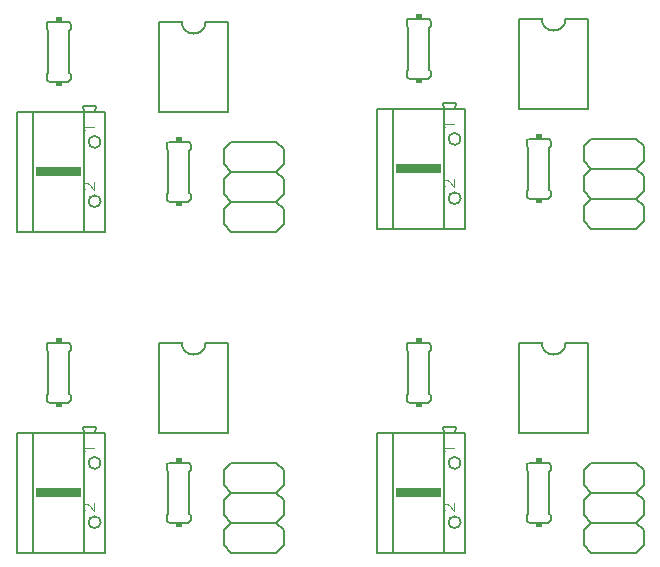
<source format=gto>
G04 Layer: TopSilkscreenLayer*
G04 EasyEDA v6.5.9, 2022-12-18 14:38:18*
G04 4aff3cac283946888bffb04ada9a0e28,5dd06754fdd742daa6fe38bf62b7df6b,10*
G04 Gerber Generator version 0.2*
G04 Scale: 100 percent, Rotated: No, Reflected: No *
G04 Dimensions in millimeters *
G04 leading zeros omitted , absolute positions ,4 integer and 5 decimal *
%FSLAX45Y45*%
%MOMM*%

%ADD10C,0.1189*%
%ADD11C,0.1524*%

%LPD*%
D10*
X1212088Y3835146D02*
G01*
X1207770Y3844036D01*
X1194054Y3857751D01*
X1288796Y3857751D01*
X1216660Y3331718D02*
G01*
X1212088Y3331718D01*
X1203198Y3336036D01*
X1198626Y3340608D01*
X1194054Y3349751D01*
X1194054Y3367786D01*
X1198626Y3376676D01*
X1203198Y3381248D01*
X1212088Y3385565D01*
X1221232Y3385565D01*
X1230122Y3381248D01*
X1243584Y3372104D01*
X1288796Y3327146D01*
X1288796Y3390137D01*
X1212088Y1117346D02*
G01*
X1207770Y1126236D01*
X1194054Y1139952D01*
X1288796Y1139952D01*
X1216660Y613918D02*
G01*
X1212088Y613918D01*
X1203198Y618236D01*
X1198626Y622808D01*
X1194054Y631952D01*
X1194054Y649986D01*
X1198626Y658876D01*
X1203198Y663448D01*
X1212088Y667766D01*
X1221232Y667766D01*
X1230122Y663448D01*
X1243584Y654304D01*
X1288796Y609346D01*
X1288796Y672338D01*
X4260088Y1117346D02*
G01*
X4255770Y1126236D01*
X4242054Y1139952D01*
X4336796Y1139952D01*
X4264660Y613918D02*
G01*
X4260088Y613918D01*
X4251198Y618236D01*
X4246626Y622808D01*
X4242054Y631952D01*
X4242054Y649986D01*
X4246626Y658876D01*
X4251198Y663448D01*
X4260088Y667766D01*
X4269232Y667766D01*
X4278122Y663448D01*
X4291584Y654304D01*
X4336796Y609346D01*
X4336796Y672338D01*
X4260088Y3860546D02*
G01*
X4255770Y3869436D01*
X4242054Y3883151D01*
X4336796Y3883151D01*
X4264660Y3357118D02*
G01*
X4260088Y3357118D01*
X4251198Y3361436D01*
X4246626Y3366008D01*
X4242054Y3375151D01*
X4242054Y3393186D01*
X4246626Y3402076D01*
X4251198Y3406648D01*
X4260088Y3410965D01*
X4269232Y3410965D01*
X4278122Y3406648D01*
X4291584Y3397504D01*
X4336796Y3352546D01*
X4336796Y3415537D01*
G36*
X800100Y3517900D02*
G01*
X800100Y3441700D01*
X1181100Y3441700D01*
X1181100Y3517900D01*
G37*
G36*
X965200Y4787900D02*
G01*
X965200Y4749800D01*
X1016000Y4749800D01*
X1016000Y4787900D01*
G37*
G36*
X965200Y4241800D02*
G01*
X965200Y4203700D01*
X1016000Y4203700D01*
X1016000Y4241800D01*
G37*
G36*
X1981200Y3225800D02*
G01*
X1981200Y3187700D01*
X2032000Y3187700D01*
X2032000Y3225800D01*
G37*
G36*
X1981200Y3771900D02*
G01*
X1981200Y3733800D01*
X2032000Y3733800D01*
X2032000Y3771900D01*
G37*
G36*
X1981200Y508000D02*
G01*
X1981200Y469900D01*
X2032000Y469900D01*
X2032000Y508000D01*
G37*
G36*
X1981200Y1054100D02*
G01*
X1981200Y1016000D01*
X2032000Y1016000D01*
X2032000Y1054100D01*
G37*
G36*
X965200Y2070100D02*
G01*
X965200Y2032000D01*
X1016000Y2032000D01*
X1016000Y2070100D01*
G37*
G36*
X965200Y1524000D02*
G01*
X965200Y1485900D01*
X1016000Y1485900D01*
X1016000Y1524000D01*
G37*
G36*
X800100Y800100D02*
G01*
X800100Y723900D01*
X1181100Y723900D01*
X1181100Y800100D01*
G37*
G36*
X5029200Y508000D02*
G01*
X5029200Y469900D01*
X5080000Y469900D01*
X5080000Y508000D01*
G37*
G36*
X5029200Y1054100D02*
G01*
X5029200Y1016000D01*
X5080000Y1016000D01*
X5080000Y1054100D01*
G37*
G36*
X4013200Y2070100D02*
G01*
X4013200Y2032000D01*
X4064000Y2032000D01*
X4064000Y2070100D01*
G37*
G36*
X4013200Y1524000D02*
G01*
X4013200Y1485900D01*
X4064000Y1485900D01*
X4064000Y1524000D01*
G37*
G36*
X3848100Y800100D02*
G01*
X3848100Y723900D01*
X4229100Y723900D01*
X4229100Y800100D01*
G37*
G36*
X5029200Y3251200D02*
G01*
X5029200Y3213100D01*
X5080000Y3213100D01*
X5080000Y3251200D01*
G37*
G36*
X5029200Y3797300D02*
G01*
X5029200Y3759200D01*
X5080000Y3759200D01*
X5080000Y3797300D01*
G37*
G36*
X4013200Y4813300D02*
G01*
X4013200Y4775200D01*
X4064000Y4775200D01*
X4064000Y4813300D01*
G37*
G36*
X4013200Y4267200D02*
G01*
X4013200Y4229100D01*
X4064000Y4229100D01*
X4064000Y4267200D01*
G37*
G36*
X3848100Y3543300D02*
G01*
X3848100Y3467100D01*
X4229100Y3467100D01*
X4229100Y3543300D01*
G37*
D11*
X2032000Y4749800D02*
G01*
X1841500Y4749800D01*
X1841500Y3987800D01*
X2425700Y3987800D01*
X2425700Y4749800D01*
X2235200Y4749800D01*
X635000Y2971800D02*
G01*
X635000Y3987800D01*
X774700Y3987800D01*
X774700Y2971800D01*
X635000Y2971800D01*
X774700Y2971800D02*
G01*
X1206500Y2971800D01*
X1384300Y2971800D01*
X1384300Y3987800D01*
X1295400Y3987800D01*
X1206500Y3987800D01*
X1206500Y2971800D01*
X1295400Y3987800D02*
G01*
X1308100Y4038600D01*
X1193800Y4038600D01*
X1206500Y3987800D01*
X774700Y3987800D01*
X2832100Y3225800D02*
G01*
X2895600Y3162300D01*
X2895600Y3035300D01*
X2832100Y2971800D01*
X2451100Y2971800D01*
X2387600Y3035300D01*
X2387600Y3162300D01*
X2451100Y3225800D01*
X2832100Y3225800D01*
X2895600Y3289300D01*
X2895600Y3416300D01*
X2832100Y3479800D01*
X2895600Y3543300D01*
X2895600Y3670300D01*
X2832100Y3733800D01*
X2451100Y3733800D01*
X2387600Y3670300D01*
X2387600Y3543300D01*
X2451100Y3479800D01*
X2387600Y3416300D01*
X2387600Y3289300D01*
X2451100Y3225800D01*
X2832100Y3479800D02*
G01*
X2451100Y3479800D01*
X1066800Y4241800D02*
G01*
X914400Y4241800D01*
X889000Y4267200D02*
G01*
X889000Y4305300D01*
X901700Y4318000D01*
X901700Y4673600D01*
X889000Y4686300D01*
X889000Y4724400D01*
X1092200Y4267200D02*
G01*
X1092200Y4305300D01*
X1079500Y4318000D01*
X1079500Y4673600D01*
X1092200Y4686300D01*
X1092200Y4724400D01*
X1066800Y4749800D02*
G01*
X914400Y4749800D01*
X1930400Y3733800D02*
G01*
X2082800Y3733800D01*
X2108200Y3708400D02*
G01*
X2108200Y3670300D01*
X2095500Y3657600D01*
X2095500Y3302000D01*
X2108200Y3289300D01*
X2108200Y3251200D01*
X1905000Y3708400D02*
G01*
X1905000Y3670300D01*
X1917700Y3657600D01*
X1917700Y3302000D01*
X1905000Y3289300D01*
X1905000Y3251200D01*
X1930400Y3225800D02*
G01*
X2082800Y3225800D01*
X1930400Y1016000D02*
G01*
X2082800Y1016000D01*
X2108200Y990600D02*
G01*
X2108200Y952500D01*
X2095500Y939800D01*
X2095500Y584200D01*
X2108200Y571500D01*
X2108200Y533400D01*
X1905000Y990600D02*
G01*
X1905000Y952500D01*
X1917700Y939800D01*
X1917700Y584200D01*
X1905000Y571500D01*
X1905000Y533400D01*
X1930400Y508000D02*
G01*
X2082800Y508000D01*
X1066800Y1524000D02*
G01*
X914400Y1524000D01*
X889000Y1549400D02*
G01*
X889000Y1587500D01*
X901700Y1600200D01*
X901700Y1955800D01*
X889000Y1968500D01*
X889000Y2006600D01*
X1092200Y1549400D02*
G01*
X1092200Y1587500D01*
X1079500Y1600200D01*
X1079500Y1955800D01*
X1092200Y1968500D01*
X1092200Y2006600D01*
X1066800Y2032000D02*
G01*
X914400Y2032000D01*
X2832100Y508000D02*
G01*
X2895600Y444500D01*
X2895600Y317500D01*
X2832100Y254000D01*
X2451100Y254000D01*
X2387600Y317500D01*
X2387600Y444500D01*
X2451100Y508000D01*
X2832100Y508000D01*
X2895600Y571500D01*
X2895600Y698500D01*
X2832100Y762000D01*
X2895600Y825500D01*
X2895600Y952500D01*
X2832100Y1016000D01*
X2451100Y1016000D01*
X2387600Y952500D01*
X2387600Y825500D01*
X2451100Y762000D01*
X2387600Y698500D01*
X2387600Y571500D01*
X2451100Y508000D01*
X2832100Y762000D02*
G01*
X2451100Y762000D01*
X635000Y254000D02*
G01*
X635000Y1270000D01*
X774700Y1270000D01*
X774700Y254000D01*
X635000Y254000D01*
X774700Y254000D02*
G01*
X1206500Y254000D01*
X1384300Y254000D01*
X1384300Y1270000D01*
X1295400Y1270000D01*
X1206500Y1270000D01*
X1206500Y254000D01*
X1295400Y1270000D02*
G01*
X1308100Y1320800D01*
X1193800Y1320800D01*
X1206500Y1270000D01*
X774700Y1270000D01*
X2032000Y2032000D02*
G01*
X1841500Y2032000D01*
X1841500Y1270000D01*
X2425700Y1270000D01*
X2425700Y2032000D01*
X2235200Y2032000D01*
X4978400Y1016000D02*
G01*
X5130800Y1016000D01*
X5156200Y990600D02*
G01*
X5156200Y952500D01*
X5143500Y939800D01*
X5143500Y584200D01*
X5156200Y571500D01*
X5156200Y533400D01*
X4953000Y990600D02*
G01*
X4953000Y952500D01*
X4965700Y939800D01*
X4965700Y584200D01*
X4953000Y571500D01*
X4953000Y533400D01*
X4978400Y508000D02*
G01*
X5130800Y508000D01*
X4114800Y1524000D02*
G01*
X3962400Y1524000D01*
X3937000Y1549400D02*
G01*
X3937000Y1587500D01*
X3949700Y1600200D01*
X3949700Y1955800D01*
X3937000Y1968500D01*
X3937000Y2006600D01*
X4140200Y1549400D02*
G01*
X4140200Y1587500D01*
X4127500Y1600200D01*
X4127500Y1955800D01*
X4140200Y1968500D01*
X4140200Y2006600D01*
X4114800Y2032000D02*
G01*
X3962400Y2032000D01*
X5880100Y508000D02*
G01*
X5943600Y444500D01*
X5943600Y317500D01*
X5880100Y254000D01*
X5499100Y254000D01*
X5435600Y317500D01*
X5435600Y444500D01*
X5499100Y508000D01*
X5880100Y508000D01*
X5943600Y571500D01*
X5943600Y698500D01*
X5880100Y762000D01*
X5943600Y825500D01*
X5943600Y952500D01*
X5880100Y1016000D01*
X5499100Y1016000D01*
X5435600Y952500D01*
X5435600Y825500D01*
X5499100Y762000D01*
X5435600Y698500D01*
X5435600Y571500D01*
X5499100Y508000D01*
X5880100Y762000D02*
G01*
X5499100Y762000D01*
X3683000Y254000D02*
G01*
X3683000Y1270000D01*
X3822700Y1270000D01*
X3822700Y254000D01*
X3683000Y254000D01*
X3822700Y254000D02*
G01*
X4254500Y254000D01*
X4432300Y254000D01*
X4432300Y1270000D01*
X4343400Y1270000D01*
X4254500Y1270000D01*
X4254500Y254000D01*
X4343400Y1270000D02*
G01*
X4356100Y1320800D01*
X4241800Y1320800D01*
X4254500Y1270000D01*
X3822700Y1270000D01*
X5080000Y2032000D02*
G01*
X4889500Y2032000D01*
X4889500Y1270000D01*
X5473700Y1270000D01*
X5473700Y2032000D01*
X5283200Y2032000D01*
X4978400Y3759200D02*
G01*
X5130800Y3759200D01*
X5156200Y3733800D02*
G01*
X5156200Y3695700D01*
X5143500Y3683000D01*
X5143500Y3327400D01*
X5156200Y3314700D01*
X5156200Y3276600D01*
X4953000Y3733800D02*
G01*
X4953000Y3695700D01*
X4965700Y3683000D01*
X4965700Y3327400D01*
X4953000Y3314700D01*
X4953000Y3276600D01*
X4978400Y3251200D02*
G01*
X5130800Y3251200D01*
X4114800Y4267200D02*
G01*
X3962400Y4267200D01*
X3937000Y4292600D02*
G01*
X3937000Y4330700D01*
X3949700Y4343400D01*
X3949700Y4699000D01*
X3937000Y4711700D01*
X3937000Y4749800D01*
X4140200Y4292600D02*
G01*
X4140200Y4330700D01*
X4127500Y4343400D01*
X4127500Y4699000D01*
X4140200Y4711700D01*
X4140200Y4749800D01*
X4114800Y4775200D02*
G01*
X3962400Y4775200D01*
X5880100Y3251200D02*
G01*
X5943600Y3187700D01*
X5943600Y3060700D01*
X5880100Y2997200D01*
X5499100Y2997200D01*
X5435600Y3060700D01*
X5435600Y3187700D01*
X5499100Y3251200D01*
X5880100Y3251200D01*
X5943600Y3314700D01*
X5943600Y3441700D01*
X5880100Y3505200D01*
X5943600Y3568700D01*
X5943600Y3695700D01*
X5880100Y3759200D01*
X5499100Y3759200D01*
X5435600Y3695700D01*
X5435600Y3568700D01*
X5499100Y3505200D01*
X5435600Y3441700D01*
X5435600Y3314700D01*
X5499100Y3251200D01*
X5880100Y3505200D02*
G01*
X5499100Y3505200D01*
X3683000Y2997200D02*
G01*
X3683000Y4013200D01*
X3822700Y4013200D01*
X3822700Y2997200D01*
X3683000Y2997200D01*
X3822700Y2997200D02*
G01*
X4254500Y2997200D01*
X4432300Y2997200D01*
X4432300Y4013200D01*
X4343400Y4013200D01*
X4254500Y4013200D01*
X4254500Y2997200D01*
X4343400Y4013200D02*
G01*
X4356100Y4064000D01*
X4241800Y4064000D01*
X4254500Y4013200D01*
X3822700Y4013200D01*
X5080000Y4775200D02*
G01*
X4889500Y4775200D01*
X4889500Y4013200D01*
X5473700Y4013200D01*
X5473700Y4775200D01*
X5283200Y4775200D01*
G75*
G01*
X2235200Y4749800D02*
G02*
X2032000Y4749800I-101600J0D01*
G75*
G01*
X1295400Y3177540D02*
G03*
X1294841Y3177540I-279J50799D01*
G75*
G01*
X1295400Y3680460D02*
G03*
X1294841Y3680460I-279J50799D01*
G75*
G01*
X914400Y4241800D02*
G02*
X889000Y4267200I0J25400D01*
G75*
G01*
X1066800Y4241800D02*
G03*
X1092200Y4267200I0J25400D01*
G75*
G01*
X1092200Y4724400D02*
G03*
X1066800Y4749800I-25400J0D01*
G75*
G01*
X889000Y4724400D02*
G02*
X914400Y4749800I25400J0D01*
G75*
G01*
X2082800Y3733800D02*
G02*
X2108200Y3708400I0J-25400D01*
G75*
G01*
X1930400Y3733800D02*
G03*
X1905000Y3708400I0J-25400D01*
G75*
G01*
X1905000Y3251200D02*
G03*
X1930400Y3225800I25400J0D01*
G75*
G01*
X2108200Y3251200D02*
G02*
X2082800Y3225800I-25400J0D01*
G75*
G01*
X2082800Y1016000D02*
G02*
X2108200Y990600I0J-25400D01*
G75*
G01*
X1930400Y1016000D02*
G03*
X1905000Y990600I0J-25400D01*
G75*
G01*
X1905000Y533400D02*
G03*
X1930400Y508000I25400J0D01*
G75*
G01*
X2108200Y533400D02*
G02*
X2082800Y508000I-25400J0D01*
G75*
G01*
X914400Y1524000D02*
G02*
X889000Y1549400I0J25400D01*
G75*
G01*
X1066800Y1524000D02*
G03*
X1092200Y1549400I0J25400D01*
G75*
G01*
X1092200Y2006600D02*
G03*
X1066800Y2032000I-25400J0D01*
G75*
G01*
X889000Y2006600D02*
G02*
X914400Y2032000I25400J0D01*
G75*
G01*
X1295400Y459740D02*
G03*
X1294841Y459740I-279J50799D01*
G75*
G01*
X1295400Y962660D02*
G03*
X1294841Y962660I-279J50799D01*
G75*
G01*
X2235200Y2032000D02*
G02*
X2032000Y2032000I-101600J0D01*
G75*
G01*
X5130800Y1016000D02*
G02*
X5156200Y990600I0J-25400D01*
G75*
G01*
X4978400Y1016000D02*
G03*
X4953000Y990600I0J-25400D01*
G75*
G01*
X4953000Y533400D02*
G03*
X4978400Y508000I25400J0D01*
G75*
G01*
X5156200Y533400D02*
G02*
X5130800Y508000I-25400J0D01*
G75*
G01*
X3962400Y1524000D02*
G02*
X3937000Y1549400I0J25400D01*
G75*
G01*
X4114800Y1524000D02*
G03*
X4140200Y1549400I0J25400D01*
G75*
G01*
X4140200Y2006600D02*
G03*
X4114800Y2032000I-25400J0D01*
G75*
G01*
X3937000Y2006600D02*
G02*
X3962400Y2032000I25400J0D01*
G75*
G01*
X4343400Y459740D02*
G03*
X4342841Y459740I-279J50799D01*
G75*
G01*
X4343400Y962660D02*
G03*
X4342841Y962660I-279J50799D01*
G75*
G01*
X5283200Y2032000D02*
G02*
X5080000Y2032000I-101600J0D01*
G75*
G01*
X5130800Y3759200D02*
G02*
X5156200Y3733800I0J-25400D01*
G75*
G01*
X4978400Y3759200D02*
G03*
X4953000Y3733800I0J-25400D01*
G75*
G01*
X4953000Y3276600D02*
G03*
X4978400Y3251200I25400J0D01*
G75*
G01*
X5156200Y3276600D02*
G02*
X5130800Y3251200I-25400J0D01*
G75*
G01*
X3962400Y4267200D02*
G02*
X3937000Y4292600I0J25400D01*
G75*
G01*
X4114800Y4267200D02*
G03*
X4140200Y4292600I0J25400D01*
G75*
G01*
X4140200Y4749800D02*
G03*
X4114800Y4775200I-25400J0D01*
G75*
G01*
X3937000Y4749800D02*
G02*
X3962400Y4775200I25400J0D01*
G75*
G01*
X4343400Y3202940D02*
G03*
X4342841Y3202940I-279J50799D01*
G75*
G01*
X4343400Y3705860D02*
G03*
X4342841Y3705860I-279J50799D01*
G75*
G01*
X5283200Y4775200D02*
G02*
X5080000Y4775200I-101600J0D01*
M02*

</source>
